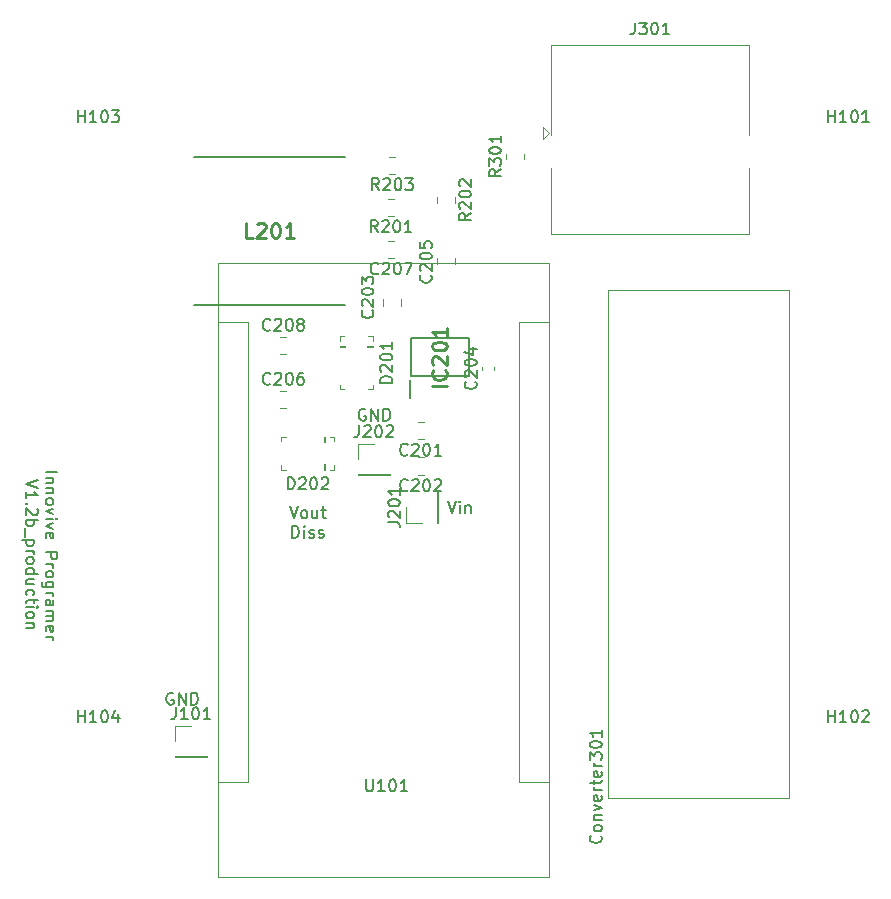
<source format=gbr>
G04 #@! TF.GenerationSoftware,KiCad,Pcbnew,(5.1.10-1-10_14)*
G04 #@! TF.CreationDate,2022-01-11T16:09:18-08:00*
G04 #@! TF.ProjectId,CI_ComPCB,43495f43-6f6d-4504-9342-2e6b69636164,rev?*
G04 #@! TF.SameCoordinates,Original*
G04 #@! TF.FileFunction,Legend,Top*
G04 #@! TF.FilePolarity,Positive*
%FSLAX46Y46*%
G04 Gerber Fmt 4.6, Leading zero omitted, Abs format (unit mm)*
G04 Created by KiCad (PCBNEW (5.1.10-1-10_14)) date 2022-01-11 16:09:18*
%MOMM*%
%LPD*%
G01*
G04 APERTURE LIST*
%ADD10C,0.150000*%
%ADD11C,0.120000*%
%ADD12C,0.200000*%
%ADD13C,0.100000*%
%ADD14C,0.254000*%
G04 APERTURE END LIST*
D10*
X111990095Y-119066000D02*
X111894857Y-119018380D01*
X111752000Y-119018380D01*
X111609142Y-119066000D01*
X111513904Y-119161238D01*
X111466285Y-119256476D01*
X111418666Y-119446952D01*
X111418666Y-119589809D01*
X111466285Y-119780285D01*
X111513904Y-119875523D01*
X111609142Y-119970761D01*
X111752000Y-120018380D01*
X111847238Y-120018380D01*
X111990095Y-119970761D01*
X112037714Y-119923142D01*
X112037714Y-119589809D01*
X111847238Y-119589809D01*
X112466285Y-120018380D02*
X112466285Y-119018380D01*
X113037714Y-120018380D01*
X113037714Y-119018380D01*
X113513904Y-120018380D02*
X113513904Y-119018380D01*
X113752000Y-119018380D01*
X113894857Y-119066000D01*
X113990095Y-119161238D01*
X114037714Y-119256476D01*
X114085333Y-119446952D01*
X114085333Y-119589809D01*
X114037714Y-119780285D01*
X113990095Y-119875523D01*
X113894857Y-119970761D01*
X113752000Y-120018380D01*
X113513904Y-120018380D01*
X101186619Y-100326380D02*
X102186619Y-100326380D01*
X101853285Y-100802571D02*
X101186619Y-100802571D01*
X101758047Y-100802571D02*
X101805666Y-100850190D01*
X101853285Y-100945428D01*
X101853285Y-101088285D01*
X101805666Y-101183523D01*
X101710428Y-101231142D01*
X101186619Y-101231142D01*
X101853285Y-101707333D02*
X101186619Y-101707333D01*
X101758047Y-101707333D02*
X101805666Y-101754952D01*
X101853285Y-101850190D01*
X101853285Y-101993047D01*
X101805666Y-102088285D01*
X101710428Y-102135904D01*
X101186619Y-102135904D01*
X101186619Y-102754952D02*
X101234238Y-102659714D01*
X101281857Y-102612095D01*
X101377095Y-102564476D01*
X101662809Y-102564476D01*
X101758047Y-102612095D01*
X101805666Y-102659714D01*
X101853285Y-102754952D01*
X101853285Y-102897809D01*
X101805666Y-102993047D01*
X101758047Y-103040666D01*
X101662809Y-103088285D01*
X101377095Y-103088285D01*
X101281857Y-103040666D01*
X101234238Y-102993047D01*
X101186619Y-102897809D01*
X101186619Y-102754952D01*
X101853285Y-103421619D02*
X101186619Y-103659714D01*
X101853285Y-103897809D01*
X101186619Y-104278761D02*
X101853285Y-104278761D01*
X102186619Y-104278761D02*
X102139000Y-104231142D01*
X102091380Y-104278761D01*
X102139000Y-104326380D01*
X102186619Y-104278761D01*
X102091380Y-104278761D01*
X101853285Y-104659714D02*
X101186619Y-104897809D01*
X101853285Y-105135904D01*
X101234238Y-105897809D02*
X101186619Y-105802571D01*
X101186619Y-105612095D01*
X101234238Y-105516857D01*
X101329476Y-105469238D01*
X101710428Y-105469238D01*
X101805666Y-105516857D01*
X101853285Y-105612095D01*
X101853285Y-105802571D01*
X101805666Y-105897809D01*
X101710428Y-105945428D01*
X101615190Y-105945428D01*
X101519952Y-105469238D01*
X101186619Y-107135904D02*
X102186619Y-107135904D01*
X102186619Y-107516857D01*
X102139000Y-107612095D01*
X102091380Y-107659714D01*
X101996142Y-107707333D01*
X101853285Y-107707333D01*
X101758047Y-107659714D01*
X101710428Y-107612095D01*
X101662809Y-107516857D01*
X101662809Y-107135904D01*
X101186619Y-108135904D02*
X101853285Y-108135904D01*
X101662809Y-108135904D02*
X101758047Y-108183523D01*
X101805666Y-108231142D01*
X101853285Y-108326380D01*
X101853285Y-108421619D01*
X101186619Y-108897809D02*
X101234238Y-108802571D01*
X101281857Y-108754952D01*
X101377095Y-108707333D01*
X101662809Y-108707333D01*
X101758047Y-108754952D01*
X101805666Y-108802571D01*
X101853285Y-108897809D01*
X101853285Y-109040666D01*
X101805666Y-109135904D01*
X101758047Y-109183523D01*
X101662809Y-109231142D01*
X101377095Y-109231142D01*
X101281857Y-109183523D01*
X101234238Y-109135904D01*
X101186619Y-109040666D01*
X101186619Y-108897809D01*
X101853285Y-110088285D02*
X101043761Y-110088285D01*
X100948523Y-110040666D01*
X100900904Y-109993047D01*
X100853285Y-109897809D01*
X100853285Y-109754952D01*
X100900904Y-109659714D01*
X101234238Y-110088285D02*
X101186619Y-109993047D01*
X101186619Y-109802571D01*
X101234238Y-109707333D01*
X101281857Y-109659714D01*
X101377095Y-109612095D01*
X101662809Y-109612095D01*
X101758047Y-109659714D01*
X101805666Y-109707333D01*
X101853285Y-109802571D01*
X101853285Y-109993047D01*
X101805666Y-110088285D01*
X101186619Y-110564476D02*
X101853285Y-110564476D01*
X101662809Y-110564476D02*
X101758047Y-110612095D01*
X101805666Y-110659714D01*
X101853285Y-110754952D01*
X101853285Y-110850190D01*
X101186619Y-111612095D02*
X101710428Y-111612095D01*
X101805666Y-111564476D01*
X101853285Y-111469238D01*
X101853285Y-111278761D01*
X101805666Y-111183523D01*
X101234238Y-111612095D02*
X101186619Y-111516857D01*
X101186619Y-111278761D01*
X101234238Y-111183523D01*
X101329476Y-111135904D01*
X101424714Y-111135904D01*
X101519952Y-111183523D01*
X101567571Y-111278761D01*
X101567571Y-111516857D01*
X101615190Y-111612095D01*
X101186619Y-112088285D02*
X101853285Y-112088285D01*
X101758047Y-112088285D02*
X101805666Y-112135904D01*
X101853285Y-112231142D01*
X101853285Y-112374000D01*
X101805666Y-112469238D01*
X101710428Y-112516857D01*
X101186619Y-112516857D01*
X101710428Y-112516857D02*
X101805666Y-112564476D01*
X101853285Y-112659714D01*
X101853285Y-112802571D01*
X101805666Y-112897809D01*
X101710428Y-112945428D01*
X101186619Y-112945428D01*
X101234238Y-113802571D02*
X101186619Y-113707333D01*
X101186619Y-113516857D01*
X101234238Y-113421619D01*
X101329476Y-113374000D01*
X101710428Y-113374000D01*
X101805666Y-113421619D01*
X101853285Y-113516857D01*
X101853285Y-113707333D01*
X101805666Y-113802571D01*
X101710428Y-113850190D01*
X101615190Y-113850190D01*
X101519952Y-113374000D01*
X101186619Y-114278761D02*
X101853285Y-114278761D01*
X101662809Y-114278761D02*
X101758047Y-114326380D01*
X101805666Y-114374000D01*
X101853285Y-114469238D01*
X101853285Y-114564476D01*
X100536619Y-101040666D02*
X99536619Y-101374000D01*
X100536619Y-101707333D01*
X99536619Y-102564476D02*
X99536619Y-101993047D01*
X99536619Y-102278761D02*
X100536619Y-102278761D01*
X100393761Y-102183523D01*
X100298523Y-102088285D01*
X100250904Y-101993047D01*
X99631857Y-102993047D02*
X99584238Y-103040666D01*
X99536619Y-102993047D01*
X99584238Y-102945428D01*
X99631857Y-102993047D01*
X99536619Y-102993047D01*
X100441380Y-103421619D02*
X100489000Y-103469238D01*
X100536619Y-103564476D01*
X100536619Y-103802571D01*
X100489000Y-103897809D01*
X100441380Y-103945428D01*
X100346142Y-103993047D01*
X100250904Y-103993047D01*
X100108047Y-103945428D01*
X99536619Y-103374000D01*
X99536619Y-103993047D01*
X99536619Y-104421619D02*
X100536619Y-104421619D01*
X100155666Y-104421619D02*
X100203285Y-104516857D01*
X100203285Y-104707333D01*
X100155666Y-104802571D01*
X100108047Y-104850190D01*
X100012809Y-104897809D01*
X99727095Y-104897809D01*
X99631857Y-104850190D01*
X99584238Y-104802571D01*
X99536619Y-104707333D01*
X99536619Y-104516857D01*
X99584238Y-104421619D01*
X99441380Y-105088285D02*
X99441380Y-105850190D01*
X100203285Y-106088285D02*
X99203285Y-106088285D01*
X100155666Y-106088285D02*
X100203285Y-106183523D01*
X100203285Y-106374000D01*
X100155666Y-106469238D01*
X100108047Y-106516857D01*
X100012809Y-106564476D01*
X99727095Y-106564476D01*
X99631857Y-106516857D01*
X99584238Y-106469238D01*
X99536619Y-106374000D01*
X99536619Y-106183523D01*
X99584238Y-106088285D01*
X99536619Y-106993047D02*
X100203285Y-106993047D01*
X100012809Y-106993047D02*
X100108047Y-107040666D01*
X100155666Y-107088285D01*
X100203285Y-107183523D01*
X100203285Y-107278761D01*
X99536619Y-107754952D02*
X99584238Y-107659714D01*
X99631857Y-107612095D01*
X99727095Y-107564476D01*
X100012809Y-107564476D01*
X100108047Y-107612095D01*
X100155666Y-107659714D01*
X100203285Y-107754952D01*
X100203285Y-107897809D01*
X100155666Y-107993047D01*
X100108047Y-108040666D01*
X100012809Y-108088285D01*
X99727095Y-108088285D01*
X99631857Y-108040666D01*
X99584238Y-107993047D01*
X99536619Y-107897809D01*
X99536619Y-107754952D01*
X99536619Y-108945428D02*
X100536619Y-108945428D01*
X99584238Y-108945428D02*
X99536619Y-108850190D01*
X99536619Y-108659714D01*
X99584238Y-108564476D01*
X99631857Y-108516857D01*
X99727095Y-108469238D01*
X100012809Y-108469238D01*
X100108047Y-108516857D01*
X100155666Y-108564476D01*
X100203285Y-108659714D01*
X100203285Y-108850190D01*
X100155666Y-108945428D01*
X100203285Y-109850190D02*
X99536619Y-109850190D01*
X100203285Y-109421619D02*
X99679476Y-109421619D01*
X99584238Y-109469238D01*
X99536619Y-109564476D01*
X99536619Y-109707333D01*
X99584238Y-109802571D01*
X99631857Y-109850190D01*
X99584238Y-110754952D02*
X99536619Y-110659714D01*
X99536619Y-110469238D01*
X99584238Y-110374000D01*
X99631857Y-110326380D01*
X99727095Y-110278761D01*
X100012809Y-110278761D01*
X100108047Y-110326380D01*
X100155666Y-110374000D01*
X100203285Y-110469238D01*
X100203285Y-110659714D01*
X100155666Y-110754952D01*
X100203285Y-111040666D02*
X100203285Y-111421619D01*
X100536619Y-111183523D02*
X99679476Y-111183523D01*
X99584238Y-111231142D01*
X99536619Y-111326380D01*
X99536619Y-111421619D01*
X99536619Y-111754952D02*
X100203285Y-111754952D01*
X100536619Y-111754952D02*
X100489000Y-111707333D01*
X100441380Y-111754952D01*
X100489000Y-111802571D01*
X100536619Y-111754952D01*
X100441380Y-111754952D01*
X99536619Y-112374000D02*
X99584238Y-112278761D01*
X99631857Y-112231142D01*
X99727095Y-112183523D01*
X100012809Y-112183523D01*
X100108047Y-112231142D01*
X100155666Y-112278761D01*
X100203285Y-112374000D01*
X100203285Y-112516857D01*
X100155666Y-112612095D01*
X100108047Y-112659714D01*
X100012809Y-112707333D01*
X99727095Y-112707333D01*
X99631857Y-112659714D01*
X99584238Y-112612095D01*
X99536619Y-112516857D01*
X99536619Y-112374000D01*
X100203285Y-113135904D02*
X99536619Y-113135904D01*
X100108047Y-113135904D02*
X100155666Y-113183523D01*
X100203285Y-113278761D01*
X100203285Y-113421619D01*
X100155666Y-113516857D01*
X100060428Y-113564476D01*
X99536619Y-113564476D01*
X128268095Y-95020000D02*
X128172857Y-94972380D01*
X128030000Y-94972380D01*
X127887142Y-95020000D01*
X127791904Y-95115238D01*
X127744285Y-95210476D01*
X127696666Y-95400952D01*
X127696666Y-95543809D01*
X127744285Y-95734285D01*
X127791904Y-95829523D01*
X127887142Y-95924761D01*
X128030000Y-95972380D01*
X128125238Y-95972380D01*
X128268095Y-95924761D01*
X128315714Y-95877142D01*
X128315714Y-95543809D01*
X128125238Y-95543809D01*
X128744285Y-95972380D02*
X128744285Y-94972380D01*
X129315714Y-95972380D01*
X129315714Y-94972380D01*
X129791904Y-95972380D02*
X129791904Y-94972380D01*
X130030000Y-94972380D01*
X130172857Y-95020000D01*
X130268095Y-95115238D01*
X130315714Y-95210476D01*
X130363333Y-95400952D01*
X130363333Y-95543809D01*
X130315714Y-95734285D01*
X130268095Y-95829523D01*
X130172857Y-95924761D01*
X130030000Y-95972380D01*
X129791904Y-95972380D01*
X135266190Y-102802380D02*
X135599523Y-103802380D01*
X135932857Y-102802380D01*
X136266190Y-103802380D02*
X136266190Y-103135714D01*
X136266190Y-102802380D02*
X136218571Y-102850000D01*
X136266190Y-102897619D01*
X136313809Y-102850000D01*
X136266190Y-102802380D01*
X136266190Y-102897619D01*
X136742380Y-103135714D02*
X136742380Y-103802380D01*
X136742380Y-103230952D02*
X136790000Y-103183333D01*
X136885238Y-103135714D01*
X137028095Y-103135714D01*
X137123333Y-103183333D01*
X137170952Y-103278571D01*
X137170952Y-103802380D01*
X121866190Y-103237380D02*
X122199523Y-104237380D01*
X122532857Y-103237380D01*
X123009047Y-104237380D02*
X122913809Y-104189761D01*
X122866190Y-104142142D01*
X122818571Y-104046904D01*
X122818571Y-103761190D01*
X122866190Y-103665952D01*
X122913809Y-103618333D01*
X123009047Y-103570714D01*
X123151904Y-103570714D01*
X123247142Y-103618333D01*
X123294761Y-103665952D01*
X123342380Y-103761190D01*
X123342380Y-104046904D01*
X123294761Y-104142142D01*
X123247142Y-104189761D01*
X123151904Y-104237380D01*
X123009047Y-104237380D01*
X124199523Y-103570714D02*
X124199523Y-104237380D01*
X123770952Y-103570714D02*
X123770952Y-104094523D01*
X123818571Y-104189761D01*
X123913809Y-104237380D01*
X124056666Y-104237380D01*
X124151904Y-104189761D01*
X124199523Y-104142142D01*
X124532857Y-103570714D02*
X124913809Y-103570714D01*
X124675714Y-103237380D02*
X124675714Y-104094523D01*
X124723333Y-104189761D01*
X124818571Y-104237380D01*
X124913809Y-104237380D01*
X122080476Y-105887380D02*
X122080476Y-104887380D01*
X122318571Y-104887380D01*
X122461428Y-104935000D01*
X122556666Y-105030238D01*
X122604285Y-105125476D01*
X122651904Y-105315952D01*
X122651904Y-105458809D01*
X122604285Y-105649285D01*
X122556666Y-105744523D01*
X122461428Y-105839761D01*
X122318571Y-105887380D01*
X122080476Y-105887380D01*
X123080476Y-105887380D02*
X123080476Y-105220714D01*
X123080476Y-104887380D02*
X123032857Y-104935000D01*
X123080476Y-104982619D01*
X123128095Y-104935000D01*
X123080476Y-104887380D01*
X123080476Y-104982619D01*
X123509047Y-105839761D02*
X123604285Y-105887380D01*
X123794761Y-105887380D01*
X123890000Y-105839761D01*
X123937619Y-105744523D01*
X123937619Y-105696904D01*
X123890000Y-105601666D01*
X123794761Y-105554047D01*
X123651904Y-105554047D01*
X123556666Y-105506428D01*
X123509047Y-105411190D01*
X123509047Y-105363571D01*
X123556666Y-105268333D01*
X123651904Y-105220714D01*
X123794761Y-105220714D01*
X123890000Y-105268333D01*
X124318571Y-105839761D02*
X124413809Y-105887380D01*
X124604285Y-105887380D01*
X124699523Y-105839761D01*
X124747142Y-105744523D01*
X124747142Y-105696904D01*
X124699523Y-105601666D01*
X124604285Y-105554047D01*
X124461428Y-105554047D01*
X124366190Y-105506428D01*
X124318571Y-105411190D01*
X124318571Y-105363571D01*
X124366190Y-105268333D01*
X124461428Y-105220714D01*
X124604285Y-105220714D01*
X124699523Y-105268333D01*
D11*
X144015000Y-64210000D02*
X160745000Y-64210000D01*
X144015000Y-64210000D02*
X144015000Y-71820000D01*
X160745000Y-64210000D02*
X160745000Y-71820000D01*
X144015000Y-80180000D02*
X160745000Y-80180000D01*
X144015000Y-80180000D02*
X144015000Y-74620000D01*
X160745000Y-80180000D02*
X160745000Y-74620000D01*
X143820000Y-71620000D02*
X143320000Y-72120000D01*
X143320000Y-72120000D02*
X143320000Y-71120000D01*
X143320000Y-71120000D02*
X143820000Y-71620000D01*
X141300000Y-87606000D02*
X141300000Y-126606000D01*
X141300000Y-126606000D02*
X143800000Y-126606000D01*
X143800000Y-87606000D02*
X141300000Y-87606000D01*
X115800000Y-87606000D02*
X118300000Y-87606000D01*
X118300000Y-87606000D02*
X118300000Y-126606000D01*
X118300000Y-126606000D02*
X115800000Y-126606000D01*
X115800000Y-82606000D02*
X143800000Y-82606000D01*
X143800000Y-134606000D02*
X143800000Y-82606000D01*
X115800000Y-82606000D02*
X115800000Y-134606000D01*
X115800000Y-134606000D02*
X143800000Y-134606000D01*
X141681000Y-73819064D02*
X141681000Y-73364936D01*
X140211000Y-73819064D02*
X140211000Y-73364936D01*
X112184000Y-121792000D02*
X113514000Y-121792000D01*
X112184000Y-123122000D02*
X112184000Y-121792000D01*
X112184000Y-124392000D02*
X114844000Y-124392000D01*
X114844000Y-124392000D02*
X114844000Y-124452000D01*
X112184000Y-124392000D02*
X112184000Y-124452000D01*
X112184000Y-124452000D02*
X114844000Y-124452000D01*
X164120000Y-127948000D02*
X164120000Y-84948000D01*
X148820000Y-127948000D02*
X164120000Y-127948000D01*
X148820000Y-84948000D02*
X148820000Y-127948000D01*
X148820000Y-114948000D02*
X148820000Y-113948000D01*
X148820000Y-84948000D02*
X164120000Y-84948000D01*
X139170000Y-91700580D02*
X139170000Y-91419420D01*
X138150000Y-91700580D02*
X138150000Y-91419420D01*
X127678000Y-100576000D02*
X130338000Y-100576000D01*
X127678000Y-100516000D02*
X127678000Y-100576000D01*
X130338000Y-100516000D02*
X130338000Y-100576000D01*
X127678000Y-100516000D02*
X130338000Y-100516000D01*
X127678000Y-99246000D02*
X127678000Y-97916000D01*
X127678000Y-97916000D02*
X129008000Y-97916000D01*
X130759064Y-75089000D02*
X130304936Y-75089000D01*
X130759064Y-73619000D02*
X130304936Y-73619000D01*
X135839000Y-77071436D02*
X135839000Y-77525564D01*
X134369000Y-77071436D02*
X134369000Y-77525564D01*
X130655064Y-78645000D02*
X130200936Y-78645000D01*
X130655064Y-77175000D02*
X130200936Y-77175000D01*
D12*
X113752000Y-86192000D02*
X126552000Y-86192000D01*
X126552000Y-73692000D02*
X113752000Y-73692000D01*
D11*
X134402000Y-104640000D02*
X134402000Y-101980000D01*
X134342000Y-104640000D02*
X134402000Y-104640000D01*
X134342000Y-101980000D02*
X134402000Y-101980000D01*
X134342000Y-104640000D02*
X134342000Y-101980000D01*
X133072000Y-104640000D02*
X131742000Y-104640000D01*
X131742000Y-104640000D02*
X131742000Y-103310000D01*
D12*
X132146000Y-92210000D02*
X132146000Y-89010000D01*
X132146000Y-89010000D02*
X137046000Y-89010000D01*
X137046000Y-89010000D02*
X137046000Y-92210000D01*
X137046000Y-92210000D02*
X132146000Y-92210000D01*
X132016000Y-94060000D02*
X132016000Y-92560000D01*
D13*
X124828180Y-97335920D02*
X124828180Y-97795660D01*
X124828180Y-97795660D02*
X124751980Y-97795660D01*
X124751980Y-97795660D02*
X124751980Y-97335920D01*
X124751980Y-97335920D02*
X124828180Y-97335920D01*
X124828180Y-100137540D02*
X124828180Y-99672720D01*
X124828180Y-99672720D02*
X124751980Y-99672720D01*
X124751980Y-99672720D02*
X124751980Y-100137540D01*
X124751980Y-100137540D02*
X124828180Y-100137540D01*
X121138000Y-97338000D02*
X121538000Y-97338000D01*
X121138000Y-97338000D02*
X121138000Y-97738000D01*
X125638000Y-97338000D02*
X125238000Y-97338000D01*
X125638000Y-97338000D02*
X125638000Y-97738000D01*
X125638000Y-100138000D02*
X125638000Y-99738000D01*
X125638000Y-100138000D02*
X125238000Y-100138000D01*
X121138000Y-100138000D02*
X121538000Y-100138000D01*
X121138000Y-100138000D02*
X121138000Y-99738000D01*
X126081920Y-89645820D02*
X126541660Y-89645820D01*
X126541660Y-89645820D02*
X126541660Y-89722020D01*
X126541660Y-89722020D02*
X126081920Y-89722020D01*
X126081920Y-89722020D02*
X126081920Y-89645820D01*
X128883540Y-89645820D02*
X128418720Y-89645820D01*
X128418720Y-89645820D02*
X128418720Y-89722020D01*
X128418720Y-89722020D02*
X128883540Y-89722020D01*
X128883540Y-89722020D02*
X128883540Y-89645820D01*
X126084000Y-93336000D02*
X126084000Y-92936000D01*
X126084000Y-93336000D02*
X126484000Y-93336000D01*
X126084000Y-88836000D02*
X126084000Y-89236000D01*
X126084000Y-88836000D02*
X126484000Y-88836000D01*
X128884000Y-88836000D02*
X128484000Y-88836000D01*
X128884000Y-88836000D02*
X128884000Y-89236000D01*
X128884000Y-93336000D02*
X128884000Y-92936000D01*
X128884000Y-93336000D02*
X128484000Y-93336000D01*
D11*
X121060748Y-88859000D02*
X121583252Y-88859000D01*
X121060748Y-90329000D02*
X121583252Y-90329000D01*
X130727252Y-82201000D02*
X130204748Y-82201000D01*
X130727252Y-80731000D02*
X130204748Y-80731000D01*
X121060748Y-93431000D02*
X121583252Y-93431000D01*
X121060748Y-94901000D02*
X121583252Y-94901000D01*
X134369000Y-82743252D02*
X134369000Y-82220748D01*
X135839000Y-82743252D02*
X135839000Y-82220748D01*
X131267000Y-85710748D02*
X131267000Y-86233252D01*
X129797000Y-85710748D02*
X129797000Y-86233252D01*
X133215252Y-100547000D02*
X132692748Y-100547000D01*
X133215252Y-99077000D02*
X132692748Y-99077000D01*
X133215252Y-97537000D02*
X132692748Y-97537000D01*
X133215252Y-96067000D02*
X132692748Y-96067000D01*
D10*
X151094285Y-62272380D02*
X151094285Y-62986666D01*
X151046666Y-63129523D01*
X150951428Y-63224761D01*
X150808571Y-63272380D01*
X150713333Y-63272380D01*
X151475238Y-62272380D02*
X152094285Y-62272380D01*
X151760952Y-62653333D01*
X151903809Y-62653333D01*
X151999047Y-62700952D01*
X152046666Y-62748571D01*
X152094285Y-62843809D01*
X152094285Y-63081904D01*
X152046666Y-63177142D01*
X151999047Y-63224761D01*
X151903809Y-63272380D01*
X151618095Y-63272380D01*
X151522857Y-63224761D01*
X151475238Y-63177142D01*
X152713333Y-62272380D02*
X152808571Y-62272380D01*
X152903809Y-62320000D01*
X152951428Y-62367619D01*
X152999047Y-62462857D01*
X153046666Y-62653333D01*
X153046666Y-62891428D01*
X152999047Y-63081904D01*
X152951428Y-63177142D01*
X152903809Y-63224761D01*
X152808571Y-63272380D01*
X152713333Y-63272380D01*
X152618095Y-63224761D01*
X152570476Y-63177142D01*
X152522857Y-63081904D01*
X152475238Y-62891428D01*
X152475238Y-62653333D01*
X152522857Y-62462857D01*
X152570476Y-62367619D01*
X152618095Y-62320000D01*
X152713333Y-62272380D01*
X153999047Y-63272380D02*
X153427619Y-63272380D01*
X153713333Y-63272380D02*
X153713333Y-62272380D01*
X153618095Y-62415238D01*
X153522857Y-62510476D01*
X153427619Y-62558095D01*
X103925714Y-121502380D02*
X103925714Y-120502380D01*
X103925714Y-120978571D02*
X104497142Y-120978571D01*
X104497142Y-121502380D02*
X104497142Y-120502380D01*
X105497142Y-121502380D02*
X104925714Y-121502380D01*
X105211428Y-121502380D02*
X105211428Y-120502380D01*
X105116190Y-120645238D01*
X105020952Y-120740476D01*
X104925714Y-120788095D01*
X106116190Y-120502380D02*
X106211428Y-120502380D01*
X106306666Y-120550000D01*
X106354285Y-120597619D01*
X106401904Y-120692857D01*
X106449523Y-120883333D01*
X106449523Y-121121428D01*
X106401904Y-121311904D01*
X106354285Y-121407142D01*
X106306666Y-121454761D01*
X106211428Y-121502380D01*
X106116190Y-121502380D01*
X106020952Y-121454761D01*
X105973333Y-121407142D01*
X105925714Y-121311904D01*
X105878095Y-121121428D01*
X105878095Y-120883333D01*
X105925714Y-120692857D01*
X105973333Y-120597619D01*
X106020952Y-120550000D01*
X106116190Y-120502380D01*
X107306666Y-120835714D02*
X107306666Y-121502380D01*
X107068571Y-120454761D02*
X106830476Y-121169047D01*
X107449523Y-121169047D01*
X103925714Y-70702380D02*
X103925714Y-69702380D01*
X103925714Y-70178571D02*
X104497142Y-70178571D01*
X104497142Y-70702380D02*
X104497142Y-69702380D01*
X105497142Y-70702380D02*
X104925714Y-70702380D01*
X105211428Y-70702380D02*
X105211428Y-69702380D01*
X105116190Y-69845238D01*
X105020952Y-69940476D01*
X104925714Y-69988095D01*
X106116190Y-69702380D02*
X106211428Y-69702380D01*
X106306666Y-69750000D01*
X106354285Y-69797619D01*
X106401904Y-69892857D01*
X106449523Y-70083333D01*
X106449523Y-70321428D01*
X106401904Y-70511904D01*
X106354285Y-70607142D01*
X106306666Y-70654761D01*
X106211428Y-70702380D01*
X106116190Y-70702380D01*
X106020952Y-70654761D01*
X105973333Y-70607142D01*
X105925714Y-70511904D01*
X105878095Y-70321428D01*
X105878095Y-70083333D01*
X105925714Y-69892857D01*
X105973333Y-69797619D01*
X106020952Y-69750000D01*
X106116190Y-69702380D01*
X106782857Y-69702380D02*
X107401904Y-69702380D01*
X107068571Y-70083333D01*
X107211428Y-70083333D01*
X107306666Y-70130952D01*
X107354285Y-70178571D01*
X107401904Y-70273809D01*
X107401904Y-70511904D01*
X107354285Y-70607142D01*
X107306666Y-70654761D01*
X107211428Y-70702380D01*
X106925714Y-70702380D01*
X106830476Y-70654761D01*
X106782857Y-70607142D01*
X167425714Y-121502380D02*
X167425714Y-120502380D01*
X167425714Y-120978571D02*
X167997142Y-120978571D01*
X167997142Y-121502380D02*
X167997142Y-120502380D01*
X168997142Y-121502380D02*
X168425714Y-121502380D01*
X168711428Y-121502380D02*
X168711428Y-120502380D01*
X168616190Y-120645238D01*
X168520952Y-120740476D01*
X168425714Y-120788095D01*
X169616190Y-120502380D02*
X169711428Y-120502380D01*
X169806666Y-120550000D01*
X169854285Y-120597619D01*
X169901904Y-120692857D01*
X169949523Y-120883333D01*
X169949523Y-121121428D01*
X169901904Y-121311904D01*
X169854285Y-121407142D01*
X169806666Y-121454761D01*
X169711428Y-121502380D01*
X169616190Y-121502380D01*
X169520952Y-121454761D01*
X169473333Y-121407142D01*
X169425714Y-121311904D01*
X169378095Y-121121428D01*
X169378095Y-120883333D01*
X169425714Y-120692857D01*
X169473333Y-120597619D01*
X169520952Y-120550000D01*
X169616190Y-120502380D01*
X170330476Y-120597619D02*
X170378095Y-120550000D01*
X170473333Y-120502380D01*
X170711428Y-120502380D01*
X170806666Y-120550000D01*
X170854285Y-120597619D01*
X170901904Y-120692857D01*
X170901904Y-120788095D01*
X170854285Y-120930952D01*
X170282857Y-121502380D01*
X170901904Y-121502380D01*
X167425714Y-70702380D02*
X167425714Y-69702380D01*
X167425714Y-70178571D02*
X167997142Y-70178571D01*
X167997142Y-70702380D02*
X167997142Y-69702380D01*
X168997142Y-70702380D02*
X168425714Y-70702380D01*
X168711428Y-70702380D02*
X168711428Y-69702380D01*
X168616190Y-69845238D01*
X168520952Y-69940476D01*
X168425714Y-69988095D01*
X169616190Y-69702380D02*
X169711428Y-69702380D01*
X169806666Y-69750000D01*
X169854285Y-69797619D01*
X169901904Y-69892857D01*
X169949523Y-70083333D01*
X169949523Y-70321428D01*
X169901904Y-70511904D01*
X169854285Y-70607142D01*
X169806666Y-70654761D01*
X169711428Y-70702380D01*
X169616190Y-70702380D01*
X169520952Y-70654761D01*
X169473333Y-70607142D01*
X169425714Y-70511904D01*
X169378095Y-70321428D01*
X169378095Y-70083333D01*
X169425714Y-69892857D01*
X169473333Y-69797619D01*
X169520952Y-69750000D01*
X169616190Y-69702380D01*
X170901904Y-70702380D02*
X170330476Y-70702380D01*
X170616190Y-70702380D02*
X170616190Y-69702380D01*
X170520952Y-69845238D01*
X170425714Y-69940476D01*
X170330476Y-69988095D01*
X128335714Y-126358380D02*
X128335714Y-127167904D01*
X128383333Y-127263142D01*
X128430952Y-127310761D01*
X128526190Y-127358380D01*
X128716666Y-127358380D01*
X128811904Y-127310761D01*
X128859523Y-127263142D01*
X128907142Y-127167904D01*
X128907142Y-126358380D01*
X129907142Y-127358380D02*
X129335714Y-127358380D01*
X129621428Y-127358380D02*
X129621428Y-126358380D01*
X129526190Y-126501238D01*
X129430952Y-126596476D01*
X129335714Y-126644095D01*
X130526190Y-126358380D02*
X130621428Y-126358380D01*
X130716666Y-126406000D01*
X130764285Y-126453619D01*
X130811904Y-126548857D01*
X130859523Y-126739333D01*
X130859523Y-126977428D01*
X130811904Y-127167904D01*
X130764285Y-127263142D01*
X130716666Y-127310761D01*
X130621428Y-127358380D01*
X130526190Y-127358380D01*
X130430952Y-127310761D01*
X130383333Y-127263142D01*
X130335714Y-127167904D01*
X130288095Y-126977428D01*
X130288095Y-126739333D01*
X130335714Y-126548857D01*
X130383333Y-126453619D01*
X130430952Y-126406000D01*
X130526190Y-126358380D01*
X131811904Y-127358380D02*
X131240476Y-127358380D01*
X131526190Y-127358380D02*
X131526190Y-126358380D01*
X131430952Y-126501238D01*
X131335714Y-126596476D01*
X131240476Y-126644095D01*
X139748380Y-74711047D02*
X139272190Y-75044380D01*
X139748380Y-75282476D02*
X138748380Y-75282476D01*
X138748380Y-74901523D01*
X138796000Y-74806285D01*
X138843619Y-74758666D01*
X138938857Y-74711047D01*
X139081714Y-74711047D01*
X139176952Y-74758666D01*
X139224571Y-74806285D01*
X139272190Y-74901523D01*
X139272190Y-75282476D01*
X138748380Y-74377714D02*
X138748380Y-73758666D01*
X139129333Y-74092000D01*
X139129333Y-73949142D01*
X139176952Y-73853904D01*
X139224571Y-73806285D01*
X139319809Y-73758666D01*
X139557904Y-73758666D01*
X139653142Y-73806285D01*
X139700761Y-73853904D01*
X139748380Y-73949142D01*
X139748380Y-74234857D01*
X139700761Y-74330095D01*
X139653142Y-74377714D01*
X138748380Y-73139619D02*
X138748380Y-73044380D01*
X138796000Y-72949142D01*
X138843619Y-72901523D01*
X138938857Y-72853904D01*
X139129333Y-72806285D01*
X139367428Y-72806285D01*
X139557904Y-72853904D01*
X139653142Y-72901523D01*
X139700761Y-72949142D01*
X139748380Y-73044380D01*
X139748380Y-73139619D01*
X139700761Y-73234857D01*
X139653142Y-73282476D01*
X139557904Y-73330095D01*
X139367428Y-73377714D01*
X139129333Y-73377714D01*
X138938857Y-73330095D01*
X138843619Y-73282476D01*
X138796000Y-73234857D01*
X138748380Y-73139619D01*
X139748380Y-71853904D02*
X139748380Y-72425333D01*
X139748380Y-72139619D02*
X138748380Y-72139619D01*
X138891238Y-72234857D01*
X138986476Y-72330095D01*
X139034095Y-72425333D01*
X112228285Y-120244380D02*
X112228285Y-120958666D01*
X112180666Y-121101523D01*
X112085428Y-121196761D01*
X111942571Y-121244380D01*
X111847333Y-121244380D01*
X113228285Y-121244380D02*
X112656857Y-121244380D01*
X112942571Y-121244380D02*
X112942571Y-120244380D01*
X112847333Y-120387238D01*
X112752095Y-120482476D01*
X112656857Y-120530095D01*
X113847333Y-120244380D02*
X113942571Y-120244380D01*
X114037809Y-120292000D01*
X114085428Y-120339619D01*
X114133047Y-120434857D01*
X114180666Y-120625333D01*
X114180666Y-120863428D01*
X114133047Y-121053904D01*
X114085428Y-121149142D01*
X114037809Y-121196761D01*
X113942571Y-121244380D01*
X113847333Y-121244380D01*
X113752095Y-121196761D01*
X113704476Y-121149142D01*
X113656857Y-121053904D01*
X113609238Y-120863428D01*
X113609238Y-120625333D01*
X113656857Y-120434857D01*
X113704476Y-120339619D01*
X113752095Y-120292000D01*
X113847333Y-120244380D01*
X115133047Y-121244380D02*
X114561619Y-121244380D01*
X114847333Y-121244380D02*
X114847333Y-120244380D01*
X114752095Y-120387238D01*
X114656857Y-120482476D01*
X114561619Y-120530095D01*
X148177142Y-131114666D02*
X148224761Y-131162285D01*
X148272380Y-131305142D01*
X148272380Y-131400380D01*
X148224761Y-131543238D01*
X148129523Y-131638476D01*
X148034285Y-131686095D01*
X147843809Y-131733714D01*
X147700952Y-131733714D01*
X147510476Y-131686095D01*
X147415238Y-131638476D01*
X147320000Y-131543238D01*
X147272380Y-131400380D01*
X147272380Y-131305142D01*
X147320000Y-131162285D01*
X147367619Y-131114666D01*
X148272380Y-130543238D02*
X148224761Y-130638476D01*
X148177142Y-130686095D01*
X148081904Y-130733714D01*
X147796190Y-130733714D01*
X147700952Y-130686095D01*
X147653333Y-130638476D01*
X147605714Y-130543238D01*
X147605714Y-130400380D01*
X147653333Y-130305142D01*
X147700952Y-130257523D01*
X147796190Y-130209904D01*
X148081904Y-130209904D01*
X148177142Y-130257523D01*
X148224761Y-130305142D01*
X148272380Y-130400380D01*
X148272380Y-130543238D01*
X147605714Y-129781333D02*
X148272380Y-129781333D01*
X147700952Y-129781333D02*
X147653333Y-129733714D01*
X147605714Y-129638476D01*
X147605714Y-129495619D01*
X147653333Y-129400380D01*
X147748571Y-129352761D01*
X148272380Y-129352761D01*
X147605714Y-128971809D02*
X148272380Y-128733714D01*
X147605714Y-128495619D01*
X148224761Y-127733714D02*
X148272380Y-127828952D01*
X148272380Y-128019428D01*
X148224761Y-128114666D01*
X148129523Y-128162285D01*
X147748571Y-128162285D01*
X147653333Y-128114666D01*
X147605714Y-128019428D01*
X147605714Y-127828952D01*
X147653333Y-127733714D01*
X147748571Y-127686095D01*
X147843809Y-127686095D01*
X147939047Y-128162285D01*
X148272380Y-127257523D02*
X147605714Y-127257523D01*
X147796190Y-127257523D02*
X147700952Y-127209904D01*
X147653333Y-127162285D01*
X147605714Y-127067047D01*
X147605714Y-126971809D01*
X147605714Y-126781333D02*
X147605714Y-126400380D01*
X147272380Y-126638476D02*
X148129523Y-126638476D01*
X148224761Y-126590857D01*
X148272380Y-126495619D01*
X148272380Y-126400380D01*
X148224761Y-125686095D02*
X148272380Y-125781333D01*
X148272380Y-125971809D01*
X148224761Y-126067047D01*
X148129523Y-126114666D01*
X147748571Y-126114666D01*
X147653333Y-126067047D01*
X147605714Y-125971809D01*
X147605714Y-125781333D01*
X147653333Y-125686095D01*
X147748571Y-125638476D01*
X147843809Y-125638476D01*
X147939047Y-126114666D01*
X148272380Y-125209904D02*
X147605714Y-125209904D01*
X147796190Y-125209904D02*
X147700952Y-125162285D01*
X147653333Y-125114666D01*
X147605714Y-125019428D01*
X147605714Y-124924190D01*
X147272380Y-124686095D02*
X147272380Y-124067047D01*
X147653333Y-124400380D01*
X147653333Y-124257523D01*
X147700952Y-124162285D01*
X147748571Y-124114666D01*
X147843809Y-124067047D01*
X148081904Y-124067047D01*
X148177142Y-124114666D01*
X148224761Y-124162285D01*
X148272380Y-124257523D01*
X148272380Y-124543238D01*
X148224761Y-124638476D01*
X148177142Y-124686095D01*
X147272380Y-123448000D02*
X147272380Y-123352761D01*
X147320000Y-123257523D01*
X147367619Y-123209904D01*
X147462857Y-123162285D01*
X147653333Y-123114666D01*
X147891428Y-123114666D01*
X148081904Y-123162285D01*
X148177142Y-123209904D01*
X148224761Y-123257523D01*
X148272380Y-123352761D01*
X148272380Y-123448000D01*
X148224761Y-123543238D01*
X148177142Y-123590857D01*
X148081904Y-123638476D01*
X147891428Y-123686095D01*
X147653333Y-123686095D01*
X147462857Y-123638476D01*
X147367619Y-123590857D01*
X147320000Y-123543238D01*
X147272380Y-123448000D01*
X148272380Y-122162285D02*
X148272380Y-122733714D01*
X148272380Y-122448000D02*
X147272380Y-122448000D01*
X147415238Y-122543238D01*
X147510476Y-122638476D01*
X147558095Y-122733714D01*
X137587142Y-92679047D02*
X137634761Y-92726666D01*
X137682380Y-92869523D01*
X137682380Y-92964761D01*
X137634761Y-93107619D01*
X137539523Y-93202857D01*
X137444285Y-93250476D01*
X137253809Y-93298095D01*
X137110952Y-93298095D01*
X136920476Y-93250476D01*
X136825238Y-93202857D01*
X136730000Y-93107619D01*
X136682380Y-92964761D01*
X136682380Y-92869523D01*
X136730000Y-92726666D01*
X136777619Y-92679047D01*
X136777619Y-92298095D02*
X136730000Y-92250476D01*
X136682380Y-92155238D01*
X136682380Y-91917142D01*
X136730000Y-91821904D01*
X136777619Y-91774285D01*
X136872857Y-91726666D01*
X136968095Y-91726666D01*
X137110952Y-91774285D01*
X137682380Y-92345714D01*
X137682380Y-91726666D01*
X136682380Y-91107619D02*
X136682380Y-91012380D01*
X136730000Y-90917142D01*
X136777619Y-90869523D01*
X136872857Y-90821904D01*
X137063333Y-90774285D01*
X137301428Y-90774285D01*
X137491904Y-90821904D01*
X137587142Y-90869523D01*
X137634761Y-90917142D01*
X137682380Y-91012380D01*
X137682380Y-91107619D01*
X137634761Y-91202857D01*
X137587142Y-91250476D01*
X137491904Y-91298095D01*
X137301428Y-91345714D01*
X137063333Y-91345714D01*
X136872857Y-91298095D01*
X136777619Y-91250476D01*
X136730000Y-91202857D01*
X136682380Y-91107619D01*
X137015714Y-89917142D02*
X137682380Y-89917142D01*
X136634761Y-90155238D02*
X137349047Y-90393333D01*
X137349047Y-89774285D01*
X127722285Y-96368380D02*
X127722285Y-97082666D01*
X127674666Y-97225523D01*
X127579428Y-97320761D01*
X127436571Y-97368380D01*
X127341333Y-97368380D01*
X128150857Y-96463619D02*
X128198476Y-96416000D01*
X128293714Y-96368380D01*
X128531809Y-96368380D01*
X128627047Y-96416000D01*
X128674666Y-96463619D01*
X128722285Y-96558857D01*
X128722285Y-96654095D01*
X128674666Y-96796952D01*
X128103238Y-97368380D01*
X128722285Y-97368380D01*
X129341333Y-96368380D02*
X129436571Y-96368380D01*
X129531809Y-96416000D01*
X129579428Y-96463619D01*
X129627047Y-96558857D01*
X129674666Y-96749333D01*
X129674666Y-96987428D01*
X129627047Y-97177904D01*
X129579428Y-97273142D01*
X129531809Y-97320761D01*
X129436571Y-97368380D01*
X129341333Y-97368380D01*
X129246095Y-97320761D01*
X129198476Y-97273142D01*
X129150857Y-97177904D01*
X129103238Y-96987428D01*
X129103238Y-96749333D01*
X129150857Y-96558857D01*
X129198476Y-96463619D01*
X129246095Y-96416000D01*
X129341333Y-96368380D01*
X130055619Y-96463619D02*
X130103238Y-96416000D01*
X130198476Y-96368380D01*
X130436571Y-96368380D01*
X130531809Y-96416000D01*
X130579428Y-96463619D01*
X130627047Y-96558857D01*
X130627047Y-96654095D01*
X130579428Y-96796952D01*
X130008000Y-97368380D01*
X130627047Y-97368380D01*
X129412952Y-76456380D02*
X129079619Y-75980190D01*
X128841523Y-76456380D02*
X128841523Y-75456380D01*
X129222476Y-75456380D01*
X129317714Y-75504000D01*
X129365333Y-75551619D01*
X129412952Y-75646857D01*
X129412952Y-75789714D01*
X129365333Y-75884952D01*
X129317714Y-75932571D01*
X129222476Y-75980190D01*
X128841523Y-75980190D01*
X129793904Y-75551619D02*
X129841523Y-75504000D01*
X129936761Y-75456380D01*
X130174857Y-75456380D01*
X130270095Y-75504000D01*
X130317714Y-75551619D01*
X130365333Y-75646857D01*
X130365333Y-75742095D01*
X130317714Y-75884952D01*
X129746285Y-76456380D01*
X130365333Y-76456380D01*
X130984380Y-75456380D02*
X131079619Y-75456380D01*
X131174857Y-75504000D01*
X131222476Y-75551619D01*
X131270095Y-75646857D01*
X131317714Y-75837333D01*
X131317714Y-76075428D01*
X131270095Y-76265904D01*
X131222476Y-76361142D01*
X131174857Y-76408761D01*
X131079619Y-76456380D01*
X130984380Y-76456380D01*
X130889142Y-76408761D01*
X130841523Y-76361142D01*
X130793904Y-76265904D01*
X130746285Y-76075428D01*
X130746285Y-75837333D01*
X130793904Y-75646857D01*
X130841523Y-75551619D01*
X130889142Y-75504000D01*
X130984380Y-75456380D01*
X131651047Y-75456380D02*
X132270095Y-75456380D01*
X131936761Y-75837333D01*
X132079619Y-75837333D01*
X132174857Y-75884952D01*
X132222476Y-75932571D01*
X132270095Y-76027809D01*
X132270095Y-76265904D01*
X132222476Y-76361142D01*
X132174857Y-76408761D01*
X132079619Y-76456380D01*
X131793904Y-76456380D01*
X131698666Y-76408761D01*
X131651047Y-76361142D01*
X137206380Y-78417547D02*
X136730190Y-78750880D01*
X137206380Y-78988976D02*
X136206380Y-78988976D01*
X136206380Y-78608023D01*
X136254000Y-78512785D01*
X136301619Y-78465166D01*
X136396857Y-78417547D01*
X136539714Y-78417547D01*
X136634952Y-78465166D01*
X136682571Y-78512785D01*
X136730190Y-78608023D01*
X136730190Y-78988976D01*
X136301619Y-78036595D02*
X136254000Y-77988976D01*
X136206380Y-77893738D01*
X136206380Y-77655642D01*
X136254000Y-77560404D01*
X136301619Y-77512785D01*
X136396857Y-77465166D01*
X136492095Y-77465166D01*
X136634952Y-77512785D01*
X137206380Y-78084214D01*
X137206380Y-77465166D01*
X136206380Y-76846119D02*
X136206380Y-76750880D01*
X136254000Y-76655642D01*
X136301619Y-76608023D01*
X136396857Y-76560404D01*
X136587333Y-76512785D01*
X136825428Y-76512785D01*
X137015904Y-76560404D01*
X137111142Y-76608023D01*
X137158761Y-76655642D01*
X137206380Y-76750880D01*
X137206380Y-76846119D01*
X137158761Y-76941357D01*
X137111142Y-76988976D01*
X137015904Y-77036595D01*
X136825428Y-77084214D01*
X136587333Y-77084214D01*
X136396857Y-77036595D01*
X136301619Y-76988976D01*
X136254000Y-76941357D01*
X136206380Y-76846119D01*
X136301619Y-76131833D02*
X136254000Y-76084214D01*
X136206380Y-75988976D01*
X136206380Y-75750880D01*
X136254000Y-75655642D01*
X136301619Y-75608023D01*
X136396857Y-75560404D01*
X136492095Y-75560404D01*
X136634952Y-75608023D01*
X137206380Y-76179452D01*
X137206380Y-75560404D01*
X129308952Y-80012380D02*
X128975619Y-79536190D01*
X128737523Y-80012380D02*
X128737523Y-79012380D01*
X129118476Y-79012380D01*
X129213714Y-79060000D01*
X129261333Y-79107619D01*
X129308952Y-79202857D01*
X129308952Y-79345714D01*
X129261333Y-79440952D01*
X129213714Y-79488571D01*
X129118476Y-79536190D01*
X128737523Y-79536190D01*
X129689904Y-79107619D02*
X129737523Y-79060000D01*
X129832761Y-79012380D01*
X130070857Y-79012380D01*
X130166095Y-79060000D01*
X130213714Y-79107619D01*
X130261333Y-79202857D01*
X130261333Y-79298095D01*
X130213714Y-79440952D01*
X129642285Y-80012380D01*
X130261333Y-80012380D01*
X130880380Y-79012380D02*
X130975619Y-79012380D01*
X131070857Y-79060000D01*
X131118476Y-79107619D01*
X131166095Y-79202857D01*
X131213714Y-79393333D01*
X131213714Y-79631428D01*
X131166095Y-79821904D01*
X131118476Y-79917142D01*
X131070857Y-79964761D01*
X130975619Y-80012380D01*
X130880380Y-80012380D01*
X130785142Y-79964761D01*
X130737523Y-79917142D01*
X130689904Y-79821904D01*
X130642285Y-79631428D01*
X130642285Y-79393333D01*
X130689904Y-79202857D01*
X130737523Y-79107619D01*
X130785142Y-79060000D01*
X130880380Y-79012380D01*
X132166095Y-80012380D02*
X131594666Y-80012380D01*
X131880380Y-80012380D02*
X131880380Y-79012380D01*
X131785142Y-79155238D01*
X131689904Y-79250476D01*
X131594666Y-79298095D01*
D14*
X118730809Y-80516523D02*
X118126047Y-80516523D01*
X118126047Y-79246523D01*
X119093666Y-79367476D02*
X119154142Y-79307000D01*
X119275095Y-79246523D01*
X119577476Y-79246523D01*
X119698428Y-79307000D01*
X119758904Y-79367476D01*
X119819380Y-79488428D01*
X119819380Y-79609380D01*
X119758904Y-79790809D01*
X119033190Y-80516523D01*
X119819380Y-80516523D01*
X120605571Y-79246523D02*
X120726523Y-79246523D01*
X120847476Y-79307000D01*
X120907952Y-79367476D01*
X120968428Y-79488428D01*
X121028904Y-79730333D01*
X121028904Y-80032714D01*
X120968428Y-80274619D01*
X120907952Y-80395571D01*
X120847476Y-80456047D01*
X120726523Y-80516523D01*
X120605571Y-80516523D01*
X120484619Y-80456047D01*
X120424142Y-80395571D01*
X120363666Y-80274619D01*
X120303190Y-80032714D01*
X120303190Y-79730333D01*
X120363666Y-79488428D01*
X120424142Y-79367476D01*
X120484619Y-79307000D01*
X120605571Y-79246523D01*
X122238428Y-80516523D02*
X121512714Y-80516523D01*
X121875571Y-80516523D02*
X121875571Y-79246523D01*
X121754619Y-79427952D01*
X121633666Y-79548904D01*
X121512714Y-79609380D01*
D10*
X130194380Y-104595714D02*
X130908666Y-104595714D01*
X131051523Y-104643333D01*
X131146761Y-104738571D01*
X131194380Y-104881428D01*
X131194380Y-104976666D01*
X130289619Y-104167142D02*
X130242000Y-104119523D01*
X130194380Y-104024285D01*
X130194380Y-103786190D01*
X130242000Y-103690952D01*
X130289619Y-103643333D01*
X130384857Y-103595714D01*
X130480095Y-103595714D01*
X130622952Y-103643333D01*
X131194380Y-104214761D01*
X131194380Y-103595714D01*
X130194380Y-102976666D02*
X130194380Y-102881428D01*
X130242000Y-102786190D01*
X130289619Y-102738571D01*
X130384857Y-102690952D01*
X130575333Y-102643333D01*
X130813428Y-102643333D01*
X131003904Y-102690952D01*
X131099142Y-102738571D01*
X131146761Y-102786190D01*
X131194380Y-102881428D01*
X131194380Y-102976666D01*
X131146761Y-103071904D01*
X131099142Y-103119523D01*
X131003904Y-103167142D01*
X130813428Y-103214761D01*
X130575333Y-103214761D01*
X130384857Y-103167142D01*
X130289619Y-103119523D01*
X130242000Y-103071904D01*
X130194380Y-102976666D01*
X131194380Y-101690952D02*
X131194380Y-102262380D01*
X131194380Y-101976666D02*
X130194380Y-101976666D01*
X130337238Y-102071904D01*
X130432476Y-102167142D01*
X130480095Y-102262380D01*
D14*
X135170523Y-93059285D02*
X133900523Y-93059285D01*
X135049571Y-91728809D02*
X135110047Y-91789285D01*
X135170523Y-91970714D01*
X135170523Y-92091666D01*
X135110047Y-92273095D01*
X134989095Y-92394047D01*
X134868142Y-92454523D01*
X134626238Y-92515000D01*
X134444809Y-92515000D01*
X134202904Y-92454523D01*
X134081952Y-92394047D01*
X133961000Y-92273095D01*
X133900523Y-92091666D01*
X133900523Y-91970714D01*
X133961000Y-91789285D01*
X134021476Y-91728809D01*
X134021476Y-91245000D02*
X133961000Y-91184523D01*
X133900523Y-91063571D01*
X133900523Y-90761190D01*
X133961000Y-90640238D01*
X134021476Y-90579761D01*
X134142428Y-90519285D01*
X134263380Y-90519285D01*
X134444809Y-90579761D01*
X135170523Y-91305476D01*
X135170523Y-90519285D01*
X133900523Y-89733095D02*
X133900523Y-89612142D01*
X133961000Y-89491190D01*
X134021476Y-89430714D01*
X134142428Y-89370238D01*
X134384333Y-89309761D01*
X134686714Y-89309761D01*
X134928619Y-89370238D01*
X135049571Y-89430714D01*
X135110047Y-89491190D01*
X135170523Y-89612142D01*
X135170523Y-89733095D01*
X135110047Y-89854047D01*
X135049571Y-89914523D01*
X134928619Y-89975000D01*
X134686714Y-90035476D01*
X134384333Y-90035476D01*
X134142428Y-89975000D01*
X134021476Y-89914523D01*
X133961000Y-89854047D01*
X133900523Y-89733095D01*
X135170523Y-88100238D02*
X135170523Y-88825952D01*
X135170523Y-88463095D02*
X133900523Y-88463095D01*
X134081952Y-88584047D01*
X134202904Y-88705000D01*
X134263380Y-88825952D01*
D10*
X121697523Y-101790380D02*
X121697523Y-100790380D01*
X121935619Y-100790380D01*
X122078476Y-100838000D01*
X122173714Y-100933238D01*
X122221333Y-101028476D01*
X122268952Y-101218952D01*
X122268952Y-101361809D01*
X122221333Y-101552285D01*
X122173714Y-101647523D01*
X122078476Y-101742761D01*
X121935619Y-101790380D01*
X121697523Y-101790380D01*
X122649904Y-100885619D02*
X122697523Y-100838000D01*
X122792761Y-100790380D01*
X123030857Y-100790380D01*
X123126095Y-100838000D01*
X123173714Y-100885619D01*
X123221333Y-100980857D01*
X123221333Y-101076095D01*
X123173714Y-101218952D01*
X122602285Y-101790380D01*
X123221333Y-101790380D01*
X123840380Y-100790380D02*
X123935619Y-100790380D01*
X124030857Y-100838000D01*
X124078476Y-100885619D01*
X124126095Y-100980857D01*
X124173714Y-101171333D01*
X124173714Y-101409428D01*
X124126095Y-101599904D01*
X124078476Y-101695142D01*
X124030857Y-101742761D01*
X123935619Y-101790380D01*
X123840380Y-101790380D01*
X123745142Y-101742761D01*
X123697523Y-101695142D01*
X123649904Y-101599904D01*
X123602285Y-101409428D01*
X123602285Y-101171333D01*
X123649904Y-100980857D01*
X123697523Y-100885619D01*
X123745142Y-100838000D01*
X123840380Y-100790380D01*
X124554666Y-100885619D02*
X124602285Y-100838000D01*
X124697523Y-100790380D01*
X124935619Y-100790380D01*
X125030857Y-100838000D01*
X125078476Y-100885619D01*
X125126095Y-100980857D01*
X125126095Y-101076095D01*
X125078476Y-101218952D01*
X124507047Y-101790380D01*
X125126095Y-101790380D01*
X130536380Y-92776476D02*
X129536380Y-92776476D01*
X129536380Y-92538380D01*
X129584000Y-92395523D01*
X129679238Y-92300285D01*
X129774476Y-92252666D01*
X129964952Y-92205047D01*
X130107809Y-92205047D01*
X130298285Y-92252666D01*
X130393523Y-92300285D01*
X130488761Y-92395523D01*
X130536380Y-92538380D01*
X130536380Y-92776476D01*
X129631619Y-91824095D02*
X129584000Y-91776476D01*
X129536380Y-91681238D01*
X129536380Y-91443142D01*
X129584000Y-91347904D01*
X129631619Y-91300285D01*
X129726857Y-91252666D01*
X129822095Y-91252666D01*
X129964952Y-91300285D01*
X130536380Y-91871714D01*
X130536380Y-91252666D01*
X129536380Y-90633619D02*
X129536380Y-90538380D01*
X129584000Y-90443142D01*
X129631619Y-90395523D01*
X129726857Y-90347904D01*
X129917333Y-90300285D01*
X130155428Y-90300285D01*
X130345904Y-90347904D01*
X130441142Y-90395523D01*
X130488761Y-90443142D01*
X130536380Y-90538380D01*
X130536380Y-90633619D01*
X130488761Y-90728857D01*
X130441142Y-90776476D01*
X130345904Y-90824095D01*
X130155428Y-90871714D01*
X129917333Y-90871714D01*
X129726857Y-90824095D01*
X129631619Y-90776476D01*
X129584000Y-90728857D01*
X129536380Y-90633619D01*
X130536380Y-89347904D02*
X130536380Y-89919333D01*
X130536380Y-89633619D02*
X129536380Y-89633619D01*
X129679238Y-89728857D01*
X129774476Y-89824095D01*
X129822095Y-89919333D01*
X120202952Y-88271142D02*
X120155333Y-88318761D01*
X120012476Y-88366380D01*
X119917238Y-88366380D01*
X119774380Y-88318761D01*
X119679142Y-88223523D01*
X119631523Y-88128285D01*
X119583904Y-87937809D01*
X119583904Y-87794952D01*
X119631523Y-87604476D01*
X119679142Y-87509238D01*
X119774380Y-87414000D01*
X119917238Y-87366380D01*
X120012476Y-87366380D01*
X120155333Y-87414000D01*
X120202952Y-87461619D01*
X120583904Y-87461619D02*
X120631523Y-87414000D01*
X120726761Y-87366380D01*
X120964857Y-87366380D01*
X121060095Y-87414000D01*
X121107714Y-87461619D01*
X121155333Y-87556857D01*
X121155333Y-87652095D01*
X121107714Y-87794952D01*
X120536285Y-88366380D01*
X121155333Y-88366380D01*
X121774380Y-87366380D02*
X121869619Y-87366380D01*
X121964857Y-87414000D01*
X122012476Y-87461619D01*
X122060095Y-87556857D01*
X122107714Y-87747333D01*
X122107714Y-87985428D01*
X122060095Y-88175904D01*
X122012476Y-88271142D01*
X121964857Y-88318761D01*
X121869619Y-88366380D01*
X121774380Y-88366380D01*
X121679142Y-88318761D01*
X121631523Y-88271142D01*
X121583904Y-88175904D01*
X121536285Y-87985428D01*
X121536285Y-87747333D01*
X121583904Y-87556857D01*
X121631523Y-87461619D01*
X121679142Y-87414000D01*
X121774380Y-87366380D01*
X122679142Y-87794952D02*
X122583904Y-87747333D01*
X122536285Y-87699714D01*
X122488666Y-87604476D01*
X122488666Y-87556857D01*
X122536285Y-87461619D01*
X122583904Y-87414000D01*
X122679142Y-87366380D01*
X122869619Y-87366380D01*
X122964857Y-87414000D01*
X123012476Y-87461619D01*
X123060095Y-87556857D01*
X123060095Y-87604476D01*
X123012476Y-87699714D01*
X122964857Y-87747333D01*
X122869619Y-87794952D01*
X122679142Y-87794952D01*
X122583904Y-87842571D01*
X122536285Y-87890190D01*
X122488666Y-87985428D01*
X122488666Y-88175904D01*
X122536285Y-88271142D01*
X122583904Y-88318761D01*
X122679142Y-88366380D01*
X122869619Y-88366380D01*
X122964857Y-88318761D01*
X123012476Y-88271142D01*
X123060095Y-88175904D01*
X123060095Y-87985428D01*
X123012476Y-87890190D01*
X122964857Y-87842571D01*
X122869619Y-87794952D01*
X129346952Y-83503142D02*
X129299333Y-83550761D01*
X129156476Y-83598380D01*
X129061238Y-83598380D01*
X128918380Y-83550761D01*
X128823142Y-83455523D01*
X128775523Y-83360285D01*
X128727904Y-83169809D01*
X128727904Y-83026952D01*
X128775523Y-82836476D01*
X128823142Y-82741238D01*
X128918380Y-82646000D01*
X129061238Y-82598380D01*
X129156476Y-82598380D01*
X129299333Y-82646000D01*
X129346952Y-82693619D01*
X129727904Y-82693619D02*
X129775523Y-82646000D01*
X129870761Y-82598380D01*
X130108857Y-82598380D01*
X130204095Y-82646000D01*
X130251714Y-82693619D01*
X130299333Y-82788857D01*
X130299333Y-82884095D01*
X130251714Y-83026952D01*
X129680285Y-83598380D01*
X130299333Y-83598380D01*
X130918380Y-82598380D02*
X131013619Y-82598380D01*
X131108857Y-82646000D01*
X131156476Y-82693619D01*
X131204095Y-82788857D01*
X131251714Y-82979333D01*
X131251714Y-83217428D01*
X131204095Y-83407904D01*
X131156476Y-83503142D01*
X131108857Y-83550761D01*
X131013619Y-83598380D01*
X130918380Y-83598380D01*
X130823142Y-83550761D01*
X130775523Y-83503142D01*
X130727904Y-83407904D01*
X130680285Y-83217428D01*
X130680285Y-82979333D01*
X130727904Y-82788857D01*
X130775523Y-82693619D01*
X130823142Y-82646000D01*
X130918380Y-82598380D01*
X131585047Y-82598380D02*
X132251714Y-82598380D01*
X131823142Y-83598380D01*
X120202952Y-92843142D02*
X120155333Y-92890761D01*
X120012476Y-92938380D01*
X119917238Y-92938380D01*
X119774380Y-92890761D01*
X119679142Y-92795523D01*
X119631523Y-92700285D01*
X119583904Y-92509809D01*
X119583904Y-92366952D01*
X119631523Y-92176476D01*
X119679142Y-92081238D01*
X119774380Y-91986000D01*
X119917238Y-91938380D01*
X120012476Y-91938380D01*
X120155333Y-91986000D01*
X120202952Y-92033619D01*
X120583904Y-92033619D02*
X120631523Y-91986000D01*
X120726761Y-91938380D01*
X120964857Y-91938380D01*
X121060095Y-91986000D01*
X121107714Y-92033619D01*
X121155333Y-92128857D01*
X121155333Y-92224095D01*
X121107714Y-92366952D01*
X120536285Y-92938380D01*
X121155333Y-92938380D01*
X121774380Y-91938380D02*
X121869619Y-91938380D01*
X121964857Y-91986000D01*
X122012476Y-92033619D01*
X122060095Y-92128857D01*
X122107714Y-92319333D01*
X122107714Y-92557428D01*
X122060095Y-92747904D01*
X122012476Y-92843142D01*
X121964857Y-92890761D01*
X121869619Y-92938380D01*
X121774380Y-92938380D01*
X121679142Y-92890761D01*
X121631523Y-92843142D01*
X121583904Y-92747904D01*
X121536285Y-92557428D01*
X121536285Y-92319333D01*
X121583904Y-92128857D01*
X121631523Y-92033619D01*
X121679142Y-91986000D01*
X121774380Y-91938380D01*
X122964857Y-91938380D02*
X122774380Y-91938380D01*
X122679142Y-91986000D01*
X122631523Y-92033619D01*
X122536285Y-92176476D01*
X122488666Y-92366952D01*
X122488666Y-92747904D01*
X122536285Y-92843142D01*
X122583904Y-92890761D01*
X122679142Y-92938380D01*
X122869619Y-92938380D01*
X122964857Y-92890761D01*
X123012476Y-92843142D01*
X123060095Y-92747904D01*
X123060095Y-92509809D01*
X123012476Y-92414571D01*
X122964857Y-92366952D01*
X122869619Y-92319333D01*
X122679142Y-92319333D01*
X122583904Y-92366952D01*
X122536285Y-92414571D01*
X122488666Y-92509809D01*
X133781142Y-83667047D02*
X133828761Y-83714666D01*
X133876380Y-83857523D01*
X133876380Y-83952761D01*
X133828761Y-84095619D01*
X133733523Y-84190857D01*
X133638285Y-84238476D01*
X133447809Y-84286095D01*
X133304952Y-84286095D01*
X133114476Y-84238476D01*
X133019238Y-84190857D01*
X132924000Y-84095619D01*
X132876380Y-83952761D01*
X132876380Y-83857523D01*
X132924000Y-83714666D01*
X132971619Y-83667047D01*
X132971619Y-83286095D02*
X132924000Y-83238476D01*
X132876380Y-83143238D01*
X132876380Y-82905142D01*
X132924000Y-82809904D01*
X132971619Y-82762285D01*
X133066857Y-82714666D01*
X133162095Y-82714666D01*
X133304952Y-82762285D01*
X133876380Y-83333714D01*
X133876380Y-82714666D01*
X132876380Y-82095619D02*
X132876380Y-82000380D01*
X132924000Y-81905142D01*
X132971619Y-81857523D01*
X133066857Y-81809904D01*
X133257333Y-81762285D01*
X133495428Y-81762285D01*
X133685904Y-81809904D01*
X133781142Y-81857523D01*
X133828761Y-81905142D01*
X133876380Y-82000380D01*
X133876380Y-82095619D01*
X133828761Y-82190857D01*
X133781142Y-82238476D01*
X133685904Y-82286095D01*
X133495428Y-82333714D01*
X133257333Y-82333714D01*
X133066857Y-82286095D01*
X132971619Y-82238476D01*
X132924000Y-82190857D01*
X132876380Y-82095619D01*
X132876380Y-80857523D02*
X132876380Y-81333714D01*
X133352571Y-81381333D01*
X133304952Y-81333714D01*
X133257333Y-81238476D01*
X133257333Y-81000380D01*
X133304952Y-80905142D01*
X133352571Y-80857523D01*
X133447809Y-80809904D01*
X133685904Y-80809904D01*
X133781142Y-80857523D01*
X133828761Y-80905142D01*
X133876380Y-81000380D01*
X133876380Y-81238476D01*
X133828761Y-81333714D01*
X133781142Y-81381333D01*
X128857142Y-86649047D02*
X128904761Y-86696666D01*
X128952380Y-86839523D01*
X128952380Y-86934761D01*
X128904761Y-87077619D01*
X128809523Y-87172857D01*
X128714285Y-87220476D01*
X128523809Y-87268095D01*
X128380952Y-87268095D01*
X128190476Y-87220476D01*
X128095238Y-87172857D01*
X128000000Y-87077619D01*
X127952380Y-86934761D01*
X127952380Y-86839523D01*
X128000000Y-86696666D01*
X128047619Y-86649047D01*
X128047619Y-86268095D02*
X128000000Y-86220476D01*
X127952380Y-86125238D01*
X127952380Y-85887142D01*
X128000000Y-85791904D01*
X128047619Y-85744285D01*
X128142857Y-85696666D01*
X128238095Y-85696666D01*
X128380952Y-85744285D01*
X128952380Y-86315714D01*
X128952380Y-85696666D01*
X127952380Y-85077619D02*
X127952380Y-84982380D01*
X128000000Y-84887142D01*
X128047619Y-84839523D01*
X128142857Y-84791904D01*
X128333333Y-84744285D01*
X128571428Y-84744285D01*
X128761904Y-84791904D01*
X128857142Y-84839523D01*
X128904761Y-84887142D01*
X128952380Y-84982380D01*
X128952380Y-85077619D01*
X128904761Y-85172857D01*
X128857142Y-85220476D01*
X128761904Y-85268095D01*
X128571428Y-85315714D01*
X128333333Y-85315714D01*
X128142857Y-85268095D01*
X128047619Y-85220476D01*
X128000000Y-85172857D01*
X127952380Y-85077619D01*
X127952380Y-84410952D02*
X127952380Y-83791904D01*
X128333333Y-84125238D01*
X128333333Y-83982380D01*
X128380952Y-83887142D01*
X128428571Y-83839523D01*
X128523809Y-83791904D01*
X128761904Y-83791904D01*
X128857142Y-83839523D01*
X128904761Y-83887142D01*
X128952380Y-83982380D01*
X128952380Y-84268095D01*
X128904761Y-84363333D01*
X128857142Y-84410952D01*
X131834952Y-101849142D02*
X131787333Y-101896761D01*
X131644476Y-101944380D01*
X131549238Y-101944380D01*
X131406380Y-101896761D01*
X131311142Y-101801523D01*
X131263523Y-101706285D01*
X131215904Y-101515809D01*
X131215904Y-101372952D01*
X131263523Y-101182476D01*
X131311142Y-101087238D01*
X131406380Y-100992000D01*
X131549238Y-100944380D01*
X131644476Y-100944380D01*
X131787333Y-100992000D01*
X131834952Y-101039619D01*
X132215904Y-101039619D02*
X132263523Y-100992000D01*
X132358761Y-100944380D01*
X132596857Y-100944380D01*
X132692095Y-100992000D01*
X132739714Y-101039619D01*
X132787333Y-101134857D01*
X132787333Y-101230095D01*
X132739714Y-101372952D01*
X132168285Y-101944380D01*
X132787333Y-101944380D01*
X133406380Y-100944380D02*
X133501619Y-100944380D01*
X133596857Y-100992000D01*
X133644476Y-101039619D01*
X133692095Y-101134857D01*
X133739714Y-101325333D01*
X133739714Y-101563428D01*
X133692095Y-101753904D01*
X133644476Y-101849142D01*
X133596857Y-101896761D01*
X133501619Y-101944380D01*
X133406380Y-101944380D01*
X133311142Y-101896761D01*
X133263523Y-101849142D01*
X133215904Y-101753904D01*
X133168285Y-101563428D01*
X133168285Y-101325333D01*
X133215904Y-101134857D01*
X133263523Y-101039619D01*
X133311142Y-100992000D01*
X133406380Y-100944380D01*
X134120666Y-101039619D02*
X134168285Y-100992000D01*
X134263523Y-100944380D01*
X134501619Y-100944380D01*
X134596857Y-100992000D01*
X134644476Y-101039619D01*
X134692095Y-101134857D01*
X134692095Y-101230095D01*
X134644476Y-101372952D01*
X134073047Y-101944380D01*
X134692095Y-101944380D01*
X131834952Y-98839142D02*
X131787333Y-98886761D01*
X131644476Y-98934380D01*
X131549238Y-98934380D01*
X131406380Y-98886761D01*
X131311142Y-98791523D01*
X131263523Y-98696285D01*
X131215904Y-98505809D01*
X131215904Y-98362952D01*
X131263523Y-98172476D01*
X131311142Y-98077238D01*
X131406380Y-97982000D01*
X131549238Y-97934380D01*
X131644476Y-97934380D01*
X131787333Y-97982000D01*
X131834952Y-98029619D01*
X132215904Y-98029619D02*
X132263523Y-97982000D01*
X132358761Y-97934380D01*
X132596857Y-97934380D01*
X132692095Y-97982000D01*
X132739714Y-98029619D01*
X132787333Y-98124857D01*
X132787333Y-98220095D01*
X132739714Y-98362952D01*
X132168285Y-98934380D01*
X132787333Y-98934380D01*
X133406380Y-97934380D02*
X133501619Y-97934380D01*
X133596857Y-97982000D01*
X133644476Y-98029619D01*
X133692095Y-98124857D01*
X133739714Y-98315333D01*
X133739714Y-98553428D01*
X133692095Y-98743904D01*
X133644476Y-98839142D01*
X133596857Y-98886761D01*
X133501619Y-98934380D01*
X133406380Y-98934380D01*
X133311142Y-98886761D01*
X133263523Y-98839142D01*
X133215904Y-98743904D01*
X133168285Y-98553428D01*
X133168285Y-98315333D01*
X133215904Y-98124857D01*
X133263523Y-98029619D01*
X133311142Y-97982000D01*
X133406380Y-97934380D01*
X134692095Y-98934380D02*
X134120666Y-98934380D01*
X134406380Y-98934380D02*
X134406380Y-97934380D01*
X134311142Y-98077238D01*
X134215904Y-98172476D01*
X134120666Y-98220095D01*
M02*

</source>
